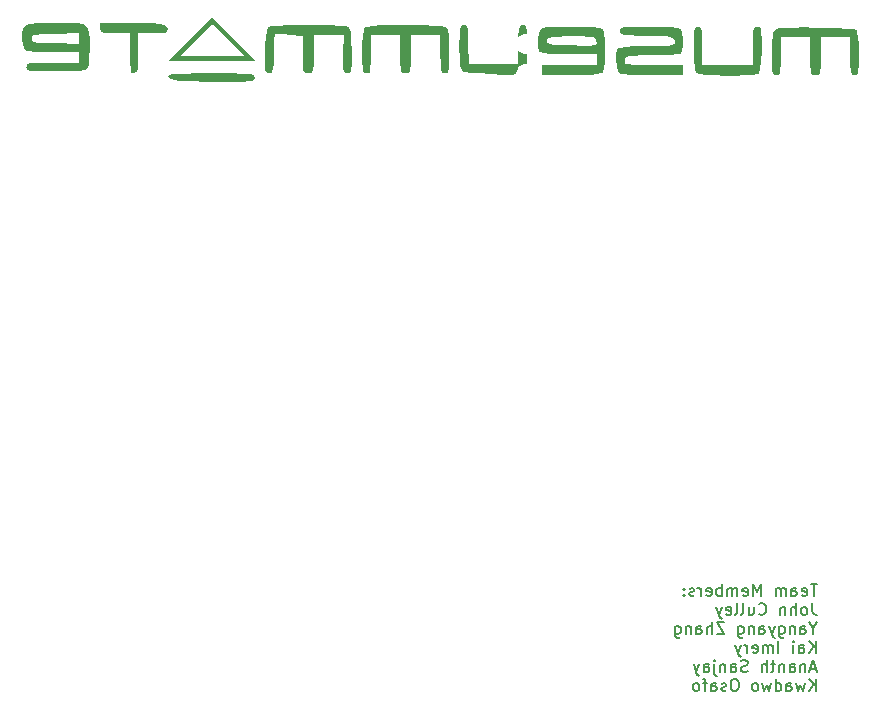
<source format=gbo>
%TF.GenerationSoftware,KiCad,Pcbnew,7.0.5*%
%TF.CreationDate,2024-03-29T22:29:18-04:00*%
%TF.ProjectId,UWB_PCB,5557425f-5043-4422-9e6b-696361645f70,rev?*%
%TF.SameCoordinates,Original*%
%TF.FileFunction,Legend,Bot*%
%TF.FilePolarity,Positive*%
%FSLAX46Y46*%
G04 Gerber Fmt 4.6, Leading zero omitted, Abs format (unit mm)*
G04 Created by KiCad (PCBNEW 7.0.5) date 2024-03-29 22:29:18*
%MOMM*%
%LPD*%
G01*
G04 APERTURE LIST*
%ADD10C,0.200000*%
%ADD11R,1.700000X1.700000*%
%ADD12O,1.700000X1.700000*%
G04 APERTURE END LIST*
D10*
X186273183Y-141767219D02*
X185701755Y-141767219D01*
X185987469Y-142767219D02*
X185987469Y-141767219D01*
X184987469Y-142719600D02*
X185082707Y-142767219D01*
X185082707Y-142767219D02*
X185273183Y-142767219D01*
X185273183Y-142767219D02*
X185368421Y-142719600D01*
X185368421Y-142719600D02*
X185416040Y-142624361D01*
X185416040Y-142624361D02*
X185416040Y-142243409D01*
X185416040Y-142243409D02*
X185368421Y-142148171D01*
X185368421Y-142148171D02*
X185273183Y-142100552D01*
X185273183Y-142100552D02*
X185082707Y-142100552D01*
X185082707Y-142100552D02*
X184987469Y-142148171D01*
X184987469Y-142148171D02*
X184939850Y-142243409D01*
X184939850Y-142243409D02*
X184939850Y-142338647D01*
X184939850Y-142338647D02*
X185416040Y-142433885D01*
X184082707Y-142767219D02*
X184082707Y-142243409D01*
X184082707Y-142243409D02*
X184130326Y-142148171D01*
X184130326Y-142148171D02*
X184225564Y-142100552D01*
X184225564Y-142100552D02*
X184416040Y-142100552D01*
X184416040Y-142100552D02*
X184511278Y-142148171D01*
X184082707Y-142719600D02*
X184177945Y-142767219D01*
X184177945Y-142767219D02*
X184416040Y-142767219D01*
X184416040Y-142767219D02*
X184511278Y-142719600D01*
X184511278Y-142719600D02*
X184558897Y-142624361D01*
X184558897Y-142624361D02*
X184558897Y-142529123D01*
X184558897Y-142529123D02*
X184511278Y-142433885D01*
X184511278Y-142433885D02*
X184416040Y-142386266D01*
X184416040Y-142386266D02*
X184177945Y-142386266D01*
X184177945Y-142386266D02*
X184082707Y-142338647D01*
X183606516Y-142767219D02*
X183606516Y-142100552D01*
X183606516Y-142195790D02*
X183558897Y-142148171D01*
X183558897Y-142148171D02*
X183463659Y-142100552D01*
X183463659Y-142100552D02*
X183320802Y-142100552D01*
X183320802Y-142100552D02*
X183225564Y-142148171D01*
X183225564Y-142148171D02*
X183177945Y-142243409D01*
X183177945Y-142243409D02*
X183177945Y-142767219D01*
X183177945Y-142243409D02*
X183130326Y-142148171D01*
X183130326Y-142148171D02*
X183035088Y-142100552D01*
X183035088Y-142100552D02*
X182892231Y-142100552D01*
X182892231Y-142100552D02*
X182796992Y-142148171D01*
X182796992Y-142148171D02*
X182749373Y-142243409D01*
X182749373Y-142243409D02*
X182749373Y-142767219D01*
X181511278Y-142767219D02*
X181511278Y-141767219D01*
X181511278Y-141767219D02*
X181177945Y-142481504D01*
X181177945Y-142481504D02*
X180844612Y-141767219D01*
X180844612Y-141767219D02*
X180844612Y-142767219D01*
X179987469Y-142719600D02*
X180082707Y-142767219D01*
X180082707Y-142767219D02*
X180273183Y-142767219D01*
X180273183Y-142767219D02*
X180368421Y-142719600D01*
X180368421Y-142719600D02*
X180416040Y-142624361D01*
X180416040Y-142624361D02*
X180416040Y-142243409D01*
X180416040Y-142243409D02*
X180368421Y-142148171D01*
X180368421Y-142148171D02*
X180273183Y-142100552D01*
X180273183Y-142100552D02*
X180082707Y-142100552D01*
X180082707Y-142100552D02*
X179987469Y-142148171D01*
X179987469Y-142148171D02*
X179939850Y-142243409D01*
X179939850Y-142243409D02*
X179939850Y-142338647D01*
X179939850Y-142338647D02*
X180416040Y-142433885D01*
X179511278Y-142767219D02*
X179511278Y-142100552D01*
X179511278Y-142195790D02*
X179463659Y-142148171D01*
X179463659Y-142148171D02*
X179368421Y-142100552D01*
X179368421Y-142100552D02*
X179225564Y-142100552D01*
X179225564Y-142100552D02*
X179130326Y-142148171D01*
X179130326Y-142148171D02*
X179082707Y-142243409D01*
X179082707Y-142243409D02*
X179082707Y-142767219D01*
X179082707Y-142243409D02*
X179035088Y-142148171D01*
X179035088Y-142148171D02*
X178939850Y-142100552D01*
X178939850Y-142100552D02*
X178796993Y-142100552D01*
X178796993Y-142100552D02*
X178701754Y-142148171D01*
X178701754Y-142148171D02*
X178654135Y-142243409D01*
X178654135Y-142243409D02*
X178654135Y-142767219D01*
X178177945Y-142767219D02*
X178177945Y-141767219D01*
X178177945Y-142148171D02*
X178082707Y-142100552D01*
X178082707Y-142100552D02*
X177892231Y-142100552D01*
X177892231Y-142100552D02*
X177796993Y-142148171D01*
X177796993Y-142148171D02*
X177749374Y-142195790D01*
X177749374Y-142195790D02*
X177701755Y-142291028D01*
X177701755Y-142291028D02*
X177701755Y-142576742D01*
X177701755Y-142576742D02*
X177749374Y-142671980D01*
X177749374Y-142671980D02*
X177796993Y-142719600D01*
X177796993Y-142719600D02*
X177892231Y-142767219D01*
X177892231Y-142767219D02*
X178082707Y-142767219D01*
X178082707Y-142767219D02*
X178177945Y-142719600D01*
X176892231Y-142719600D02*
X176987469Y-142767219D01*
X176987469Y-142767219D02*
X177177945Y-142767219D01*
X177177945Y-142767219D02*
X177273183Y-142719600D01*
X177273183Y-142719600D02*
X177320802Y-142624361D01*
X177320802Y-142624361D02*
X177320802Y-142243409D01*
X177320802Y-142243409D02*
X177273183Y-142148171D01*
X177273183Y-142148171D02*
X177177945Y-142100552D01*
X177177945Y-142100552D02*
X176987469Y-142100552D01*
X176987469Y-142100552D02*
X176892231Y-142148171D01*
X176892231Y-142148171D02*
X176844612Y-142243409D01*
X176844612Y-142243409D02*
X176844612Y-142338647D01*
X176844612Y-142338647D02*
X177320802Y-142433885D01*
X176416040Y-142767219D02*
X176416040Y-142100552D01*
X176416040Y-142291028D02*
X176368421Y-142195790D01*
X176368421Y-142195790D02*
X176320802Y-142148171D01*
X176320802Y-142148171D02*
X176225564Y-142100552D01*
X176225564Y-142100552D02*
X176130326Y-142100552D01*
X175844611Y-142719600D02*
X175749373Y-142767219D01*
X175749373Y-142767219D02*
X175558897Y-142767219D01*
X175558897Y-142767219D02*
X175463659Y-142719600D01*
X175463659Y-142719600D02*
X175416040Y-142624361D01*
X175416040Y-142624361D02*
X175416040Y-142576742D01*
X175416040Y-142576742D02*
X175463659Y-142481504D01*
X175463659Y-142481504D02*
X175558897Y-142433885D01*
X175558897Y-142433885D02*
X175701754Y-142433885D01*
X175701754Y-142433885D02*
X175796992Y-142386266D01*
X175796992Y-142386266D02*
X175844611Y-142291028D01*
X175844611Y-142291028D02*
X175844611Y-142243409D01*
X175844611Y-142243409D02*
X175796992Y-142148171D01*
X175796992Y-142148171D02*
X175701754Y-142100552D01*
X175701754Y-142100552D02*
X175558897Y-142100552D01*
X175558897Y-142100552D02*
X175463659Y-142148171D01*
X174987468Y-142671980D02*
X174939849Y-142719600D01*
X174939849Y-142719600D02*
X174987468Y-142767219D01*
X174987468Y-142767219D02*
X175035087Y-142719600D01*
X175035087Y-142719600D02*
X174987468Y-142671980D01*
X174987468Y-142671980D02*
X174987468Y-142767219D01*
X174987468Y-142148171D02*
X174939849Y-142195790D01*
X174939849Y-142195790D02*
X174987468Y-142243409D01*
X174987468Y-142243409D02*
X175035087Y-142195790D01*
X175035087Y-142195790D02*
X174987468Y-142148171D01*
X174987468Y-142148171D02*
X174987468Y-142243409D01*
X185844612Y-143377219D02*
X185844612Y-144091504D01*
X185844612Y-144091504D02*
X185892231Y-144234361D01*
X185892231Y-144234361D02*
X185987469Y-144329600D01*
X185987469Y-144329600D02*
X186130326Y-144377219D01*
X186130326Y-144377219D02*
X186225564Y-144377219D01*
X185225564Y-144377219D02*
X185320802Y-144329600D01*
X185320802Y-144329600D02*
X185368421Y-144281980D01*
X185368421Y-144281980D02*
X185416040Y-144186742D01*
X185416040Y-144186742D02*
X185416040Y-143901028D01*
X185416040Y-143901028D02*
X185368421Y-143805790D01*
X185368421Y-143805790D02*
X185320802Y-143758171D01*
X185320802Y-143758171D02*
X185225564Y-143710552D01*
X185225564Y-143710552D02*
X185082707Y-143710552D01*
X185082707Y-143710552D02*
X184987469Y-143758171D01*
X184987469Y-143758171D02*
X184939850Y-143805790D01*
X184939850Y-143805790D02*
X184892231Y-143901028D01*
X184892231Y-143901028D02*
X184892231Y-144186742D01*
X184892231Y-144186742D02*
X184939850Y-144281980D01*
X184939850Y-144281980D02*
X184987469Y-144329600D01*
X184987469Y-144329600D02*
X185082707Y-144377219D01*
X185082707Y-144377219D02*
X185225564Y-144377219D01*
X184463659Y-144377219D02*
X184463659Y-143377219D01*
X184035088Y-144377219D02*
X184035088Y-143853409D01*
X184035088Y-143853409D02*
X184082707Y-143758171D01*
X184082707Y-143758171D02*
X184177945Y-143710552D01*
X184177945Y-143710552D02*
X184320802Y-143710552D01*
X184320802Y-143710552D02*
X184416040Y-143758171D01*
X184416040Y-143758171D02*
X184463659Y-143805790D01*
X183558897Y-143710552D02*
X183558897Y-144377219D01*
X183558897Y-143805790D02*
X183511278Y-143758171D01*
X183511278Y-143758171D02*
X183416040Y-143710552D01*
X183416040Y-143710552D02*
X183273183Y-143710552D01*
X183273183Y-143710552D02*
X183177945Y-143758171D01*
X183177945Y-143758171D02*
X183130326Y-143853409D01*
X183130326Y-143853409D02*
X183130326Y-144377219D01*
X181320802Y-144281980D02*
X181368421Y-144329600D01*
X181368421Y-144329600D02*
X181511278Y-144377219D01*
X181511278Y-144377219D02*
X181606516Y-144377219D01*
X181606516Y-144377219D02*
X181749373Y-144329600D01*
X181749373Y-144329600D02*
X181844611Y-144234361D01*
X181844611Y-144234361D02*
X181892230Y-144139123D01*
X181892230Y-144139123D02*
X181939849Y-143948647D01*
X181939849Y-143948647D02*
X181939849Y-143805790D01*
X181939849Y-143805790D02*
X181892230Y-143615314D01*
X181892230Y-143615314D02*
X181844611Y-143520076D01*
X181844611Y-143520076D02*
X181749373Y-143424838D01*
X181749373Y-143424838D02*
X181606516Y-143377219D01*
X181606516Y-143377219D02*
X181511278Y-143377219D01*
X181511278Y-143377219D02*
X181368421Y-143424838D01*
X181368421Y-143424838D02*
X181320802Y-143472457D01*
X180463659Y-143710552D02*
X180463659Y-144377219D01*
X180892230Y-143710552D02*
X180892230Y-144234361D01*
X180892230Y-144234361D02*
X180844611Y-144329600D01*
X180844611Y-144329600D02*
X180749373Y-144377219D01*
X180749373Y-144377219D02*
X180606516Y-144377219D01*
X180606516Y-144377219D02*
X180511278Y-144329600D01*
X180511278Y-144329600D02*
X180463659Y-144281980D01*
X179844611Y-144377219D02*
X179939849Y-144329600D01*
X179939849Y-144329600D02*
X179987468Y-144234361D01*
X179987468Y-144234361D02*
X179987468Y-143377219D01*
X179320801Y-144377219D02*
X179416039Y-144329600D01*
X179416039Y-144329600D02*
X179463658Y-144234361D01*
X179463658Y-144234361D02*
X179463658Y-143377219D01*
X178558896Y-144329600D02*
X178654134Y-144377219D01*
X178654134Y-144377219D02*
X178844610Y-144377219D01*
X178844610Y-144377219D02*
X178939848Y-144329600D01*
X178939848Y-144329600D02*
X178987467Y-144234361D01*
X178987467Y-144234361D02*
X178987467Y-143853409D01*
X178987467Y-143853409D02*
X178939848Y-143758171D01*
X178939848Y-143758171D02*
X178844610Y-143710552D01*
X178844610Y-143710552D02*
X178654134Y-143710552D01*
X178654134Y-143710552D02*
X178558896Y-143758171D01*
X178558896Y-143758171D02*
X178511277Y-143853409D01*
X178511277Y-143853409D02*
X178511277Y-143948647D01*
X178511277Y-143948647D02*
X178987467Y-144043885D01*
X178177943Y-143710552D02*
X177939848Y-144377219D01*
X177701753Y-143710552D02*
X177939848Y-144377219D01*
X177939848Y-144377219D02*
X178035086Y-144615314D01*
X178035086Y-144615314D02*
X178082705Y-144662933D01*
X178082705Y-144662933D02*
X178177943Y-144710552D01*
X185939850Y-145511028D02*
X185939850Y-145987219D01*
X186273183Y-144987219D02*
X185939850Y-145511028D01*
X185939850Y-145511028D02*
X185606517Y-144987219D01*
X184844612Y-145987219D02*
X184844612Y-145463409D01*
X184844612Y-145463409D02*
X184892231Y-145368171D01*
X184892231Y-145368171D02*
X184987469Y-145320552D01*
X184987469Y-145320552D02*
X185177945Y-145320552D01*
X185177945Y-145320552D02*
X185273183Y-145368171D01*
X184844612Y-145939600D02*
X184939850Y-145987219D01*
X184939850Y-145987219D02*
X185177945Y-145987219D01*
X185177945Y-145987219D02*
X185273183Y-145939600D01*
X185273183Y-145939600D02*
X185320802Y-145844361D01*
X185320802Y-145844361D02*
X185320802Y-145749123D01*
X185320802Y-145749123D02*
X185273183Y-145653885D01*
X185273183Y-145653885D02*
X185177945Y-145606266D01*
X185177945Y-145606266D02*
X184939850Y-145606266D01*
X184939850Y-145606266D02*
X184844612Y-145558647D01*
X184368421Y-145320552D02*
X184368421Y-145987219D01*
X184368421Y-145415790D02*
X184320802Y-145368171D01*
X184320802Y-145368171D02*
X184225564Y-145320552D01*
X184225564Y-145320552D02*
X184082707Y-145320552D01*
X184082707Y-145320552D02*
X183987469Y-145368171D01*
X183987469Y-145368171D02*
X183939850Y-145463409D01*
X183939850Y-145463409D02*
X183939850Y-145987219D01*
X183035088Y-145320552D02*
X183035088Y-146130076D01*
X183035088Y-146130076D02*
X183082707Y-146225314D01*
X183082707Y-146225314D02*
X183130326Y-146272933D01*
X183130326Y-146272933D02*
X183225564Y-146320552D01*
X183225564Y-146320552D02*
X183368421Y-146320552D01*
X183368421Y-146320552D02*
X183463659Y-146272933D01*
X183035088Y-145939600D02*
X183130326Y-145987219D01*
X183130326Y-145987219D02*
X183320802Y-145987219D01*
X183320802Y-145987219D02*
X183416040Y-145939600D01*
X183416040Y-145939600D02*
X183463659Y-145891980D01*
X183463659Y-145891980D02*
X183511278Y-145796742D01*
X183511278Y-145796742D02*
X183511278Y-145511028D01*
X183511278Y-145511028D02*
X183463659Y-145415790D01*
X183463659Y-145415790D02*
X183416040Y-145368171D01*
X183416040Y-145368171D02*
X183320802Y-145320552D01*
X183320802Y-145320552D02*
X183130326Y-145320552D01*
X183130326Y-145320552D02*
X183035088Y-145368171D01*
X182654135Y-145320552D02*
X182416040Y-145987219D01*
X182177945Y-145320552D02*
X182416040Y-145987219D01*
X182416040Y-145987219D02*
X182511278Y-146225314D01*
X182511278Y-146225314D02*
X182558897Y-146272933D01*
X182558897Y-146272933D02*
X182654135Y-146320552D01*
X181368421Y-145987219D02*
X181368421Y-145463409D01*
X181368421Y-145463409D02*
X181416040Y-145368171D01*
X181416040Y-145368171D02*
X181511278Y-145320552D01*
X181511278Y-145320552D02*
X181701754Y-145320552D01*
X181701754Y-145320552D02*
X181796992Y-145368171D01*
X181368421Y-145939600D02*
X181463659Y-145987219D01*
X181463659Y-145987219D02*
X181701754Y-145987219D01*
X181701754Y-145987219D02*
X181796992Y-145939600D01*
X181796992Y-145939600D02*
X181844611Y-145844361D01*
X181844611Y-145844361D02*
X181844611Y-145749123D01*
X181844611Y-145749123D02*
X181796992Y-145653885D01*
X181796992Y-145653885D02*
X181701754Y-145606266D01*
X181701754Y-145606266D02*
X181463659Y-145606266D01*
X181463659Y-145606266D02*
X181368421Y-145558647D01*
X180892230Y-145320552D02*
X180892230Y-145987219D01*
X180892230Y-145415790D02*
X180844611Y-145368171D01*
X180844611Y-145368171D02*
X180749373Y-145320552D01*
X180749373Y-145320552D02*
X180606516Y-145320552D01*
X180606516Y-145320552D02*
X180511278Y-145368171D01*
X180511278Y-145368171D02*
X180463659Y-145463409D01*
X180463659Y-145463409D02*
X180463659Y-145987219D01*
X179558897Y-145320552D02*
X179558897Y-146130076D01*
X179558897Y-146130076D02*
X179606516Y-146225314D01*
X179606516Y-146225314D02*
X179654135Y-146272933D01*
X179654135Y-146272933D02*
X179749373Y-146320552D01*
X179749373Y-146320552D02*
X179892230Y-146320552D01*
X179892230Y-146320552D02*
X179987468Y-146272933D01*
X179558897Y-145939600D02*
X179654135Y-145987219D01*
X179654135Y-145987219D02*
X179844611Y-145987219D01*
X179844611Y-145987219D02*
X179939849Y-145939600D01*
X179939849Y-145939600D02*
X179987468Y-145891980D01*
X179987468Y-145891980D02*
X180035087Y-145796742D01*
X180035087Y-145796742D02*
X180035087Y-145511028D01*
X180035087Y-145511028D02*
X179987468Y-145415790D01*
X179987468Y-145415790D02*
X179939849Y-145368171D01*
X179939849Y-145368171D02*
X179844611Y-145320552D01*
X179844611Y-145320552D02*
X179654135Y-145320552D01*
X179654135Y-145320552D02*
X179558897Y-145368171D01*
X178416039Y-144987219D02*
X177749373Y-144987219D01*
X177749373Y-144987219D02*
X178416039Y-145987219D01*
X178416039Y-145987219D02*
X177749373Y-145987219D01*
X177368420Y-145987219D02*
X177368420Y-144987219D01*
X176939849Y-145987219D02*
X176939849Y-145463409D01*
X176939849Y-145463409D02*
X176987468Y-145368171D01*
X176987468Y-145368171D02*
X177082706Y-145320552D01*
X177082706Y-145320552D02*
X177225563Y-145320552D01*
X177225563Y-145320552D02*
X177320801Y-145368171D01*
X177320801Y-145368171D02*
X177368420Y-145415790D01*
X176035087Y-145987219D02*
X176035087Y-145463409D01*
X176035087Y-145463409D02*
X176082706Y-145368171D01*
X176082706Y-145368171D02*
X176177944Y-145320552D01*
X176177944Y-145320552D02*
X176368420Y-145320552D01*
X176368420Y-145320552D02*
X176463658Y-145368171D01*
X176035087Y-145939600D02*
X176130325Y-145987219D01*
X176130325Y-145987219D02*
X176368420Y-145987219D01*
X176368420Y-145987219D02*
X176463658Y-145939600D01*
X176463658Y-145939600D02*
X176511277Y-145844361D01*
X176511277Y-145844361D02*
X176511277Y-145749123D01*
X176511277Y-145749123D02*
X176463658Y-145653885D01*
X176463658Y-145653885D02*
X176368420Y-145606266D01*
X176368420Y-145606266D02*
X176130325Y-145606266D01*
X176130325Y-145606266D02*
X176035087Y-145558647D01*
X175558896Y-145320552D02*
X175558896Y-145987219D01*
X175558896Y-145415790D02*
X175511277Y-145368171D01*
X175511277Y-145368171D02*
X175416039Y-145320552D01*
X175416039Y-145320552D02*
X175273182Y-145320552D01*
X175273182Y-145320552D02*
X175177944Y-145368171D01*
X175177944Y-145368171D02*
X175130325Y-145463409D01*
X175130325Y-145463409D02*
X175130325Y-145987219D01*
X174225563Y-145320552D02*
X174225563Y-146130076D01*
X174225563Y-146130076D02*
X174273182Y-146225314D01*
X174273182Y-146225314D02*
X174320801Y-146272933D01*
X174320801Y-146272933D02*
X174416039Y-146320552D01*
X174416039Y-146320552D02*
X174558896Y-146320552D01*
X174558896Y-146320552D02*
X174654134Y-146272933D01*
X174225563Y-145939600D02*
X174320801Y-145987219D01*
X174320801Y-145987219D02*
X174511277Y-145987219D01*
X174511277Y-145987219D02*
X174606515Y-145939600D01*
X174606515Y-145939600D02*
X174654134Y-145891980D01*
X174654134Y-145891980D02*
X174701753Y-145796742D01*
X174701753Y-145796742D02*
X174701753Y-145511028D01*
X174701753Y-145511028D02*
X174654134Y-145415790D01*
X174654134Y-145415790D02*
X174606515Y-145368171D01*
X174606515Y-145368171D02*
X174511277Y-145320552D01*
X174511277Y-145320552D02*
X174320801Y-145320552D01*
X174320801Y-145320552D02*
X174225563Y-145368171D01*
X186130326Y-147597219D02*
X186130326Y-146597219D01*
X185558898Y-147597219D02*
X185987469Y-147025790D01*
X185558898Y-146597219D02*
X186130326Y-147168647D01*
X184701755Y-147597219D02*
X184701755Y-147073409D01*
X184701755Y-147073409D02*
X184749374Y-146978171D01*
X184749374Y-146978171D02*
X184844612Y-146930552D01*
X184844612Y-146930552D02*
X185035088Y-146930552D01*
X185035088Y-146930552D02*
X185130326Y-146978171D01*
X184701755Y-147549600D02*
X184796993Y-147597219D01*
X184796993Y-147597219D02*
X185035088Y-147597219D01*
X185035088Y-147597219D02*
X185130326Y-147549600D01*
X185130326Y-147549600D02*
X185177945Y-147454361D01*
X185177945Y-147454361D02*
X185177945Y-147359123D01*
X185177945Y-147359123D02*
X185130326Y-147263885D01*
X185130326Y-147263885D02*
X185035088Y-147216266D01*
X185035088Y-147216266D02*
X184796993Y-147216266D01*
X184796993Y-147216266D02*
X184701755Y-147168647D01*
X184225564Y-147597219D02*
X184225564Y-146930552D01*
X184225564Y-146597219D02*
X184273183Y-146644838D01*
X184273183Y-146644838D02*
X184225564Y-146692457D01*
X184225564Y-146692457D02*
X184177945Y-146644838D01*
X184177945Y-146644838D02*
X184225564Y-146597219D01*
X184225564Y-146597219D02*
X184225564Y-146692457D01*
X182987469Y-147597219D02*
X182987469Y-146597219D01*
X182511279Y-147597219D02*
X182511279Y-146930552D01*
X182511279Y-147025790D02*
X182463660Y-146978171D01*
X182463660Y-146978171D02*
X182368422Y-146930552D01*
X182368422Y-146930552D02*
X182225565Y-146930552D01*
X182225565Y-146930552D02*
X182130327Y-146978171D01*
X182130327Y-146978171D02*
X182082708Y-147073409D01*
X182082708Y-147073409D02*
X182082708Y-147597219D01*
X182082708Y-147073409D02*
X182035089Y-146978171D01*
X182035089Y-146978171D02*
X181939851Y-146930552D01*
X181939851Y-146930552D02*
X181796994Y-146930552D01*
X181796994Y-146930552D02*
X181701755Y-146978171D01*
X181701755Y-146978171D02*
X181654136Y-147073409D01*
X181654136Y-147073409D02*
X181654136Y-147597219D01*
X180796994Y-147549600D02*
X180892232Y-147597219D01*
X180892232Y-147597219D02*
X181082708Y-147597219D01*
X181082708Y-147597219D02*
X181177946Y-147549600D01*
X181177946Y-147549600D02*
X181225565Y-147454361D01*
X181225565Y-147454361D02*
X181225565Y-147073409D01*
X181225565Y-147073409D02*
X181177946Y-146978171D01*
X181177946Y-146978171D02*
X181082708Y-146930552D01*
X181082708Y-146930552D02*
X180892232Y-146930552D01*
X180892232Y-146930552D02*
X180796994Y-146978171D01*
X180796994Y-146978171D02*
X180749375Y-147073409D01*
X180749375Y-147073409D02*
X180749375Y-147168647D01*
X180749375Y-147168647D02*
X181225565Y-147263885D01*
X180320803Y-147597219D02*
X180320803Y-146930552D01*
X180320803Y-147121028D02*
X180273184Y-147025790D01*
X180273184Y-147025790D02*
X180225565Y-146978171D01*
X180225565Y-146978171D02*
X180130327Y-146930552D01*
X180130327Y-146930552D02*
X180035089Y-146930552D01*
X179796993Y-146930552D02*
X179558898Y-147597219D01*
X179320803Y-146930552D02*
X179558898Y-147597219D01*
X179558898Y-147597219D02*
X179654136Y-147835314D01*
X179654136Y-147835314D02*
X179701755Y-147882933D01*
X179701755Y-147882933D02*
X179796993Y-147930552D01*
X186177945Y-148921504D02*
X185701755Y-148921504D01*
X186273183Y-149207219D02*
X185939850Y-148207219D01*
X185939850Y-148207219D02*
X185606517Y-149207219D01*
X185273183Y-148540552D02*
X185273183Y-149207219D01*
X185273183Y-148635790D02*
X185225564Y-148588171D01*
X185225564Y-148588171D02*
X185130326Y-148540552D01*
X185130326Y-148540552D02*
X184987469Y-148540552D01*
X184987469Y-148540552D02*
X184892231Y-148588171D01*
X184892231Y-148588171D02*
X184844612Y-148683409D01*
X184844612Y-148683409D02*
X184844612Y-149207219D01*
X183939850Y-149207219D02*
X183939850Y-148683409D01*
X183939850Y-148683409D02*
X183987469Y-148588171D01*
X183987469Y-148588171D02*
X184082707Y-148540552D01*
X184082707Y-148540552D02*
X184273183Y-148540552D01*
X184273183Y-148540552D02*
X184368421Y-148588171D01*
X183939850Y-149159600D02*
X184035088Y-149207219D01*
X184035088Y-149207219D02*
X184273183Y-149207219D01*
X184273183Y-149207219D02*
X184368421Y-149159600D01*
X184368421Y-149159600D02*
X184416040Y-149064361D01*
X184416040Y-149064361D02*
X184416040Y-148969123D01*
X184416040Y-148969123D02*
X184368421Y-148873885D01*
X184368421Y-148873885D02*
X184273183Y-148826266D01*
X184273183Y-148826266D02*
X184035088Y-148826266D01*
X184035088Y-148826266D02*
X183939850Y-148778647D01*
X183463659Y-148540552D02*
X183463659Y-149207219D01*
X183463659Y-148635790D02*
X183416040Y-148588171D01*
X183416040Y-148588171D02*
X183320802Y-148540552D01*
X183320802Y-148540552D02*
X183177945Y-148540552D01*
X183177945Y-148540552D02*
X183082707Y-148588171D01*
X183082707Y-148588171D02*
X183035088Y-148683409D01*
X183035088Y-148683409D02*
X183035088Y-149207219D01*
X182701754Y-148540552D02*
X182320802Y-148540552D01*
X182558897Y-148207219D02*
X182558897Y-149064361D01*
X182558897Y-149064361D02*
X182511278Y-149159600D01*
X182511278Y-149159600D02*
X182416040Y-149207219D01*
X182416040Y-149207219D02*
X182320802Y-149207219D01*
X181987468Y-149207219D02*
X181987468Y-148207219D01*
X181558897Y-149207219D02*
X181558897Y-148683409D01*
X181558897Y-148683409D02*
X181606516Y-148588171D01*
X181606516Y-148588171D02*
X181701754Y-148540552D01*
X181701754Y-148540552D02*
X181844611Y-148540552D01*
X181844611Y-148540552D02*
X181939849Y-148588171D01*
X181939849Y-148588171D02*
X181987468Y-148635790D01*
X180368420Y-149159600D02*
X180225563Y-149207219D01*
X180225563Y-149207219D02*
X179987468Y-149207219D01*
X179987468Y-149207219D02*
X179892230Y-149159600D01*
X179892230Y-149159600D02*
X179844611Y-149111980D01*
X179844611Y-149111980D02*
X179796992Y-149016742D01*
X179796992Y-149016742D02*
X179796992Y-148921504D01*
X179796992Y-148921504D02*
X179844611Y-148826266D01*
X179844611Y-148826266D02*
X179892230Y-148778647D01*
X179892230Y-148778647D02*
X179987468Y-148731028D01*
X179987468Y-148731028D02*
X180177944Y-148683409D01*
X180177944Y-148683409D02*
X180273182Y-148635790D01*
X180273182Y-148635790D02*
X180320801Y-148588171D01*
X180320801Y-148588171D02*
X180368420Y-148492933D01*
X180368420Y-148492933D02*
X180368420Y-148397695D01*
X180368420Y-148397695D02*
X180320801Y-148302457D01*
X180320801Y-148302457D02*
X180273182Y-148254838D01*
X180273182Y-148254838D02*
X180177944Y-148207219D01*
X180177944Y-148207219D02*
X179939849Y-148207219D01*
X179939849Y-148207219D02*
X179796992Y-148254838D01*
X178939849Y-149207219D02*
X178939849Y-148683409D01*
X178939849Y-148683409D02*
X178987468Y-148588171D01*
X178987468Y-148588171D02*
X179082706Y-148540552D01*
X179082706Y-148540552D02*
X179273182Y-148540552D01*
X179273182Y-148540552D02*
X179368420Y-148588171D01*
X178939849Y-149159600D02*
X179035087Y-149207219D01*
X179035087Y-149207219D02*
X179273182Y-149207219D01*
X179273182Y-149207219D02*
X179368420Y-149159600D01*
X179368420Y-149159600D02*
X179416039Y-149064361D01*
X179416039Y-149064361D02*
X179416039Y-148969123D01*
X179416039Y-148969123D02*
X179368420Y-148873885D01*
X179368420Y-148873885D02*
X179273182Y-148826266D01*
X179273182Y-148826266D02*
X179035087Y-148826266D01*
X179035087Y-148826266D02*
X178939849Y-148778647D01*
X178463658Y-148540552D02*
X178463658Y-149207219D01*
X178463658Y-148635790D02*
X178416039Y-148588171D01*
X178416039Y-148588171D02*
X178320801Y-148540552D01*
X178320801Y-148540552D02*
X178177944Y-148540552D01*
X178177944Y-148540552D02*
X178082706Y-148588171D01*
X178082706Y-148588171D02*
X178035087Y-148683409D01*
X178035087Y-148683409D02*
X178035087Y-149207219D01*
X177558896Y-148540552D02*
X177558896Y-149397695D01*
X177558896Y-149397695D02*
X177606515Y-149492933D01*
X177606515Y-149492933D02*
X177701753Y-149540552D01*
X177701753Y-149540552D02*
X177749372Y-149540552D01*
X177558896Y-148207219D02*
X177606515Y-148254838D01*
X177606515Y-148254838D02*
X177558896Y-148302457D01*
X177558896Y-148302457D02*
X177511277Y-148254838D01*
X177511277Y-148254838D02*
X177558896Y-148207219D01*
X177558896Y-148207219D02*
X177558896Y-148302457D01*
X176654135Y-149207219D02*
X176654135Y-148683409D01*
X176654135Y-148683409D02*
X176701754Y-148588171D01*
X176701754Y-148588171D02*
X176796992Y-148540552D01*
X176796992Y-148540552D02*
X176987468Y-148540552D01*
X176987468Y-148540552D02*
X177082706Y-148588171D01*
X176654135Y-149159600D02*
X176749373Y-149207219D01*
X176749373Y-149207219D02*
X176987468Y-149207219D01*
X176987468Y-149207219D02*
X177082706Y-149159600D01*
X177082706Y-149159600D02*
X177130325Y-149064361D01*
X177130325Y-149064361D02*
X177130325Y-148969123D01*
X177130325Y-148969123D02*
X177082706Y-148873885D01*
X177082706Y-148873885D02*
X176987468Y-148826266D01*
X176987468Y-148826266D02*
X176749373Y-148826266D01*
X176749373Y-148826266D02*
X176654135Y-148778647D01*
X176273182Y-148540552D02*
X176035087Y-149207219D01*
X175796992Y-148540552D02*
X176035087Y-149207219D01*
X176035087Y-149207219D02*
X176130325Y-149445314D01*
X176130325Y-149445314D02*
X176177944Y-149492933D01*
X176177944Y-149492933D02*
X176273182Y-149540552D01*
X186130326Y-150817219D02*
X186130326Y-149817219D01*
X185558898Y-150817219D02*
X185987469Y-150245790D01*
X185558898Y-149817219D02*
X186130326Y-150388647D01*
X185225564Y-150150552D02*
X185035088Y-150817219D01*
X185035088Y-150817219D02*
X184844612Y-150341028D01*
X184844612Y-150341028D02*
X184654136Y-150817219D01*
X184654136Y-150817219D02*
X184463660Y-150150552D01*
X183654136Y-150817219D02*
X183654136Y-150293409D01*
X183654136Y-150293409D02*
X183701755Y-150198171D01*
X183701755Y-150198171D02*
X183796993Y-150150552D01*
X183796993Y-150150552D02*
X183987469Y-150150552D01*
X183987469Y-150150552D02*
X184082707Y-150198171D01*
X183654136Y-150769600D02*
X183749374Y-150817219D01*
X183749374Y-150817219D02*
X183987469Y-150817219D01*
X183987469Y-150817219D02*
X184082707Y-150769600D01*
X184082707Y-150769600D02*
X184130326Y-150674361D01*
X184130326Y-150674361D02*
X184130326Y-150579123D01*
X184130326Y-150579123D02*
X184082707Y-150483885D01*
X184082707Y-150483885D02*
X183987469Y-150436266D01*
X183987469Y-150436266D02*
X183749374Y-150436266D01*
X183749374Y-150436266D02*
X183654136Y-150388647D01*
X182749374Y-150817219D02*
X182749374Y-149817219D01*
X182749374Y-150769600D02*
X182844612Y-150817219D01*
X182844612Y-150817219D02*
X183035088Y-150817219D01*
X183035088Y-150817219D02*
X183130326Y-150769600D01*
X183130326Y-150769600D02*
X183177945Y-150721980D01*
X183177945Y-150721980D02*
X183225564Y-150626742D01*
X183225564Y-150626742D02*
X183225564Y-150341028D01*
X183225564Y-150341028D02*
X183177945Y-150245790D01*
X183177945Y-150245790D02*
X183130326Y-150198171D01*
X183130326Y-150198171D02*
X183035088Y-150150552D01*
X183035088Y-150150552D02*
X182844612Y-150150552D01*
X182844612Y-150150552D02*
X182749374Y-150198171D01*
X182368421Y-150150552D02*
X182177945Y-150817219D01*
X182177945Y-150817219D02*
X181987469Y-150341028D01*
X181987469Y-150341028D02*
X181796993Y-150817219D01*
X181796993Y-150817219D02*
X181606517Y-150150552D01*
X181082707Y-150817219D02*
X181177945Y-150769600D01*
X181177945Y-150769600D02*
X181225564Y-150721980D01*
X181225564Y-150721980D02*
X181273183Y-150626742D01*
X181273183Y-150626742D02*
X181273183Y-150341028D01*
X181273183Y-150341028D02*
X181225564Y-150245790D01*
X181225564Y-150245790D02*
X181177945Y-150198171D01*
X181177945Y-150198171D02*
X181082707Y-150150552D01*
X181082707Y-150150552D02*
X180939850Y-150150552D01*
X180939850Y-150150552D02*
X180844612Y-150198171D01*
X180844612Y-150198171D02*
X180796993Y-150245790D01*
X180796993Y-150245790D02*
X180749374Y-150341028D01*
X180749374Y-150341028D02*
X180749374Y-150626742D01*
X180749374Y-150626742D02*
X180796993Y-150721980D01*
X180796993Y-150721980D02*
X180844612Y-150769600D01*
X180844612Y-150769600D02*
X180939850Y-150817219D01*
X180939850Y-150817219D02*
X181082707Y-150817219D01*
X179368421Y-149817219D02*
X179177945Y-149817219D01*
X179177945Y-149817219D02*
X179082707Y-149864838D01*
X179082707Y-149864838D02*
X178987469Y-149960076D01*
X178987469Y-149960076D02*
X178939850Y-150150552D01*
X178939850Y-150150552D02*
X178939850Y-150483885D01*
X178939850Y-150483885D02*
X178987469Y-150674361D01*
X178987469Y-150674361D02*
X179082707Y-150769600D01*
X179082707Y-150769600D02*
X179177945Y-150817219D01*
X179177945Y-150817219D02*
X179368421Y-150817219D01*
X179368421Y-150817219D02*
X179463659Y-150769600D01*
X179463659Y-150769600D02*
X179558897Y-150674361D01*
X179558897Y-150674361D02*
X179606516Y-150483885D01*
X179606516Y-150483885D02*
X179606516Y-150150552D01*
X179606516Y-150150552D02*
X179558897Y-149960076D01*
X179558897Y-149960076D02*
X179463659Y-149864838D01*
X179463659Y-149864838D02*
X179368421Y-149817219D01*
X178558897Y-150769600D02*
X178463659Y-150817219D01*
X178463659Y-150817219D02*
X178273183Y-150817219D01*
X178273183Y-150817219D02*
X178177945Y-150769600D01*
X178177945Y-150769600D02*
X178130326Y-150674361D01*
X178130326Y-150674361D02*
X178130326Y-150626742D01*
X178130326Y-150626742D02*
X178177945Y-150531504D01*
X178177945Y-150531504D02*
X178273183Y-150483885D01*
X178273183Y-150483885D02*
X178416040Y-150483885D01*
X178416040Y-150483885D02*
X178511278Y-150436266D01*
X178511278Y-150436266D02*
X178558897Y-150341028D01*
X178558897Y-150341028D02*
X178558897Y-150293409D01*
X178558897Y-150293409D02*
X178511278Y-150198171D01*
X178511278Y-150198171D02*
X178416040Y-150150552D01*
X178416040Y-150150552D02*
X178273183Y-150150552D01*
X178273183Y-150150552D02*
X178177945Y-150198171D01*
X177273183Y-150817219D02*
X177273183Y-150293409D01*
X177273183Y-150293409D02*
X177320802Y-150198171D01*
X177320802Y-150198171D02*
X177416040Y-150150552D01*
X177416040Y-150150552D02*
X177606516Y-150150552D01*
X177606516Y-150150552D02*
X177701754Y-150198171D01*
X177273183Y-150769600D02*
X177368421Y-150817219D01*
X177368421Y-150817219D02*
X177606516Y-150817219D01*
X177606516Y-150817219D02*
X177701754Y-150769600D01*
X177701754Y-150769600D02*
X177749373Y-150674361D01*
X177749373Y-150674361D02*
X177749373Y-150579123D01*
X177749373Y-150579123D02*
X177701754Y-150483885D01*
X177701754Y-150483885D02*
X177606516Y-150436266D01*
X177606516Y-150436266D02*
X177368421Y-150436266D01*
X177368421Y-150436266D02*
X177273183Y-150388647D01*
X176939849Y-150150552D02*
X176558897Y-150150552D01*
X176796992Y-150817219D02*
X176796992Y-149960076D01*
X176796992Y-149960076D02*
X176749373Y-149864838D01*
X176749373Y-149864838D02*
X176654135Y-149817219D01*
X176654135Y-149817219D02*
X176558897Y-149817219D01*
X176082706Y-150817219D02*
X176177944Y-150769600D01*
X176177944Y-150769600D02*
X176225563Y-150721980D01*
X176225563Y-150721980D02*
X176273182Y-150626742D01*
X176273182Y-150626742D02*
X176273182Y-150341028D01*
X176273182Y-150341028D02*
X176225563Y-150245790D01*
X176225563Y-150245790D02*
X176177944Y-150198171D01*
X176177944Y-150198171D02*
X176082706Y-150150552D01*
X176082706Y-150150552D02*
X175939849Y-150150552D01*
X175939849Y-150150552D02*
X175844611Y-150198171D01*
X175844611Y-150198171D02*
X175796992Y-150245790D01*
X175796992Y-150245790D02*
X175749373Y-150341028D01*
X175749373Y-150341028D02*
X175749373Y-150626742D01*
X175749373Y-150626742D02*
X175796992Y-150721980D01*
X175796992Y-150721980D02*
X175844611Y-150769600D01*
X175844611Y-150769600D02*
X175939849Y-150817219D01*
X175939849Y-150817219D02*
X176082706Y-150817219D01*
%TO.C,G\u002A\u002A\u002A*%
G36*
X138717537Y-97457747D02*
G01*
X135052817Y-97457747D01*
X131388097Y-97457747D01*
X131745844Y-97100000D01*
X132283166Y-97100000D01*
X135038173Y-97100000D01*
X137793179Y-97100000D01*
X136424597Y-95713733D01*
X135056015Y-94327465D01*
X133669591Y-95713733D01*
X132283166Y-97100000D01*
X131745844Y-97100000D01*
X133220457Y-95625387D01*
X135052817Y-93793027D01*
X136885177Y-95625387D01*
X138359790Y-97100000D01*
X138717537Y-97457747D01*
G37*
G36*
X135722232Y-98531339D02*
G01*
X136766976Y-98535444D01*
X137526056Y-98547794D01*
X138045009Y-98572834D01*
X138369371Y-98615005D01*
X138544679Y-98678750D01*
X138616470Y-98768512D01*
X138630281Y-98888733D01*
X138627583Y-98957336D01*
X138584530Y-99074466D01*
X138447309Y-99154738D01*
X138163206Y-99205037D01*
X137679507Y-99232246D01*
X136943498Y-99243247D01*
X135902464Y-99244924D01*
X134633352Y-99236300D01*
X133374138Y-99202868D01*
X132432571Y-99142180D01*
X131786924Y-99052016D01*
X131415469Y-98930156D01*
X131296479Y-98774381D01*
X131298368Y-98757139D01*
X131383913Y-98676907D01*
X131625918Y-98617252D01*
X132064623Y-98575504D01*
X132740274Y-98548991D01*
X133693112Y-98535042D01*
X134963380Y-98530986D01*
X135722232Y-98531339D01*
G37*
G36*
X127932924Y-94238043D02*
G01*
X129136445Y-94248410D01*
X130026549Y-94282705D01*
X130645420Y-94347819D01*
X131035242Y-94450645D01*
X131238200Y-94598077D01*
X131296479Y-94797007D01*
X131296476Y-94799221D01*
X131255530Y-94975300D01*
X131083498Y-95076049D01*
X130704928Y-95121677D01*
X130044366Y-95132395D01*
X128792253Y-95132395D01*
X128792253Y-96712442D01*
X128789860Y-97029625D01*
X128767403Y-97699917D01*
X128726372Y-98190243D01*
X128673004Y-98411737D01*
X128619474Y-98451531D01*
X128315258Y-98530986D01*
X128210224Y-98463531D01*
X128131338Y-98192199D01*
X128089220Y-97665137D01*
X128076760Y-96831690D01*
X128076760Y-95132395D01*
X126824648Y-95132395D01*
X126490770Y-95131580D01*
X125972110Y-95114184D01*
X125698154Y-95052551D01*
X125590947Y-94918840D01*
X125572535Y-94685212D01*
X125572535Y-94238028D01*
X127875528Y-94238028D01*
X127932924Y-94238043D01*
G37*
G36*
X181237063Y-94596308D02*
G01*
X181386325Y-94632289D01*
X181480839Y-94770628D01*
X181533003Y-95075162D01*
X181555211Y-95609730D01*
X181559859Y-96438169D01*
X181559413Y-96594640D01*
X181530589Y-97547234D01*
X181458426Y-98188072D01*
X181345211Y-98495212D01*
X181221690Y-98553280D01*
X180778795Y-98630816D01*
X180111732Y-98684125D01*
X179303514Y-98713206D01*
X178437153Y-98718061D01*
X177595665Y-98698689D01*
X176862061Y-98655090D01*
X176319356Y-98587264D01*
X176050563Y-98495212D01*
X176032385Y-98473203D01*
X175924762Y-98118180D01*
X175858508Y-97432522D01*
X175835915Y-96438169D01*
X175836019Y-96258174D01*
X175843005Y-95489476D01*
X175869867Y-95002725D01*
X175929000Y-94734083D01*
X176032800Y-94619712D01*
X176193662Y-94595775D01*
X176334717Y-94611365D01*
X176452216Y-94711727D01*
X176517410Y-94965499D01*
X176545430Y-95440771D01*
X176551408Y-96205634D01*
X176551408Y-97815493D01*
X178697887Y-97815493D01*
X180844366Y-97815493D01*
X180844366Y-96205634D01*
X180847830Y-95570886D01*
X180870133Y-95042140D01*
X180926527Y-94748766D01*
X181032143Y-94622674D01*
X181202112Y-94595775D01*
X181237063Y-94596308D01*
G37*
G36*
X161388502Y-94417500D02*
G01*
X161534134Y-94455348D01*
X161626698Y-94597719D01*
X161678089Y-94907910D01*
X161700202Y-95449214D01*
X161704929Y-96284928D01*
X161704867Y-96413609D01*
X161697299Y-97216989D01*
X161667424Y-97746430D01*
X161601491Y-98076027D01*
X161485748Y-98279874D01*
X161306446Y-98432063D01*
X161101438Y-98541320D01*
X160792077Y-98615621D01*
X160328287Y-98646833D01*
X159642730Y-98639160D01*
X158668065Y-98596808D01*
X158607363Y-98593648D01*
X157739543Y-98535105D01*
X156998533Y-98461585D01*
X156461241Y-98382170D01*
X156204577Y-98305940D01*
X156168999Y-98266307D01*
X156063129Y-97925244D01*
X156001167Y-97267309D01*
X155980986Y-96273169D01*
X155981077Y-96107214D01*
X155988012Y-95329403D01*
X156014568Y-94834953D01*
X156072751Y-94560378D01*
X156174566Y-94442189D01*
X156332020Y-94416902D01*
X156466683Y-94433770D01*
X156586143Y-94540364D01*
X156659766Y-94804319D01*
X156703798Y-95292427D01*
X156734485Y-96071479D01*
X156785915Y-97726057D01*
X158842957Y-97726057D01*
X160900000Y-97726057D01*
X160951430Y-96071479D01*
X160974662Y-95439224D01*
X161014294Y-94891772D01*
X161079879Y-94583428D01*
X161187664Y-94447401D01*
X161353895Y-94416902D01*
X161388502Y-94417500D01*
G37*
G36*
X152166818Y-94430077D02*
G01*
X153080877Y-94450014D01*
X153864253Y-94486094D01*
X154444814Y-94538474D01*
X154750428Y-94607311D01*
X154884130Y-94706134D01*
X154989717Y-94900027D01*
X155051106Y-95244049D01*
X155079630Y-95807358D01*
X155086619Y-96659111D01*
X155086457Y-96884718D01*
X155079024Y-97646312D01*
X155051657Y-98128384D01*
X154992248Y-98394286D01*
X154888689Y-98507370D01*
X154728873Y-98530986D01*
X154587818Y-98515396D01*
X154470319Y-98415034D01*
X154405125Y-98161262D01*
X154377104Y-97685990D01*
X154371126Y-96921127D01*
X154371126Y-95311268D01*
X153119014Y-95311268D01*
X151866901Y-95311268D01*
X151866901Y-96921127D01*
X151866879Y-97063149D01*
X151861458Y-97775150D01*
X151833153Y-98209092D01*
X151762844Y-98433817D01*
X151631406Y-98518168D01*
X151419718Y-98530986D01*
X151380268Y-98530908D01*
X151182489Y-98511389D01*
X151061950Y-98409494D01*
X150999526Y-98156380D01*
X150976096Y-97683205D01*
X150972535Y-96921127D01*
X150972535Y-95311268D01*
X149720422Y-95311268D01*
X148468310Y-95311268D01*
X148468310Y-96921127D01*
X148464845Y-97555876D01*
X148442543Y-98084621D01*
X148386149Y-98377995D01*
X148280533Y-98504087D01*
X148110563Y-98530986D01*
X148071727Y-98530312D01*
X147924229Y-98492968D01*
X147830848Y-98352345D01*
X147779325Y-98044834D01*
X147757401Y-97506828D01*
X147752817Y-96674719D01*
X147757167Y-96147836D01*
X147793087Y-95354162D01*
X147869015Y-94858471D01*
X147989407Y-94622099D01*
X148160866Y-94566997D01*
X148646372Y-94508591D01*
X149361852Y-94465538D01*
X150235174Y-94437996D01*
X151194206Y-94426123D01*
X152166818Y-94430077D01*
G37*
G36*
X186115706Y-94652294D02*
G01*
X187091801Y-94672054D01*
X188002555Y-94704383D01*
X188774891Y-94748187D01*
X189335731Y-94802371D01*
X189611996Y-94865841D01*
X189665863Y-94988072D01*
X189729045Y-95410434D01*
X189772110Y-96054806D01*
X189788028Y-96842247D01*
X189787874Y-97061286D01*
X189780506Y-97823895D01*
X189753211Y-98306636D01*
X189693841Y-98572930D01*
X189590247Y-98686197D01*
X189430281Y-98709859D01*
X189289226Y-98694269D01*
X189171727Y-98593908D01*
X189106533Y-98340135D01*
X189078513Y-97864863D01*
X189072535Y-97100000D01*
X189072535Y-95490141D01*
X187820422Y-95490141D01*
X186568310Y-95490141D01*
X186568310Y-97100000D01*
X186568288Y-97242022D01*
X186562866Y-97954023D01*
X186534562Y-98387965D01*
X186464252Y-98612690D01*
X186332815Y-98697041D01*
X186121126Y-98709859D01*
X186081676Y-98709781D01*
X185883898Y-98690263D01*
X185763359Y-98588367D01*
X185700935Y-98335254D01*
X185677504Y-97862079D01*
X185673943Y-97100000D01*
X185673943Y-95490141D01*
X184421831Y-95490141D01*
X183169718Y-95490141D01*
X183169718Y-97100000D01*
X183166254Y-97734749D01*
X183143951Y-98263494D01*
X183087557Y-98556868D01*
X182981941Y-98682960D01*
X182811972Y-98709859D01*
X182768854Y-98709007D01*
X182623301Y-98670117D01*
X182531169Y-98526921D01*
X182480351Y-98216068D01*
X182458739Y-97674206D01*
X182454225Y-96837984D01*
X182454266Y-96733767D01*
X182461400Y-95922949D01*
X182489784Y-95391478D01*
X182552308Y-95068468D01*
X182661866Y-94883031D01*
X182831347Y-94764279D01*
X183019493Y-94720843D01*
X183526166Y-94679379D01*
X184259811Y-94654862D01*
X185147350Y-94646199D01*
X186115706Y-94652294D01*
G37*
G36*
X124670330Y-95560588D02*
G01*
X124678169Y-96361509D01*
X124652534Y-97222868D01*
X124578987Y-97833335D01*
X124463521Y-98137465D01*
X124295794Y-98214309D01*
X123791350Y-98291587D01*
X122957395Y-98337162D01*
X121780422Y-98352113D01*
X121649531Y-98352092D01*
X120704581Y-98348530D01*
X120055596Y-98333244D01*
X119647210Y-98298208D01*
X119424055Y-98235400D01*
X119330765Y-98136794D01*
X119311972Y-97994366D01*
X119323343Y-97873051D01*
X119401482Y-97763140D01*
X119604891Y-97693840D01*
X119991685Y-97655852D01*
X120619978Y-97639878D01*
X121547887Y-97636620D01*
X123783803Y-97636620D01*
X123783803Y-97189437D01*
X123783803Y-96742254D01*
X121583662Y-96742254D01*
X121120558Y-96739657D01*
X120119454Y-96706882D01*
X119469916Y-96636289D01*
X119168873Y-96527606D01*
X119104709Y-96424313D01*
X118996853Y-96011552D01*
X118963427Y-95579578D01*
X119759155Y-95579578D01*
X119762083Y-95649160D01*
X119814731Y-95783184D01*
X119980958Y-95871686D01*
X120321801Y-95927049D01*
X120898296Y-95961659D01*
X121771479Y-95987901D01*
X123783803Y-96038477D01*
X123783803Y-95579578D01*
X123783803Y-95120678D01*
X121771479Y-95171255D01*
X121380494Y-95181602D01*
X120634049Y-95209722D01*
X120159729Y-95251195D01*
X119896497Y-95318405D01*
X119783318Y-95423738D01*
X119759155Y-95579578D01*
X118963427Y-95579578D01*
X118954225Y-95460660D01*
X118971628Y-95030557D01*
X119074582Y-94637776D01*
X119300212Y-94423195D01*
X119305549Y-94420468D01*
X119623461Y-94349522D01*
X120213646Y-94291524D01*
X120993669Y-94252388D01*
X121881097Y-94238028D01*
X122829085Y-94242060D01*
X123611706Y-94279794D01*
X124134911Y-94390863D01*
X124450931Y-94614917D01*
X124611994Y-94991608D01*
X124625227Y-95120678D01*
X124670330Y-95560588D01*
G37*
G36*
X168323239Y-96665831D02*
G01*
X168322434Y-96945645D01*
X168304897Y-97661213D01*
X168255152Y-98113456D01*
X168160992Y-98374546D01*
X168010211Y-98516659D01*
X167984570Y-98528640D01*
X167642577Y-98595755D01*
X167033757Y-98651056D01*
X166235980Y-98689094D01*
X165327112Y-98704420D01*
X162957042Y-98709859D01*
X162957042Y-98262676D01*
X162957042Y-97815493D01*
X165282394Y-97815493D01*
X167607746Y-97815493D01*
X167607746Y-97368310D01*
X167607746Y-96921127D01*
X165318169Y-96921127D01*
X164706347Y-96916898D01*
X163732864Y-96882321D01*
X163104507Y-96812390D01*
X162813943Y-96706479D01*
X162752086Y-96624455D01*
X162623998Y-96192961D01*
X162610467Y-95758451D01*
X163404225Y-95758451D01*
X163410101Y-95850481D01*
X163474025Y-95974596D01*
X163657303Y-96056773D01*
X164019527Y-96108515D01*
X164620291Y-96141325D01*
X165519185Y-96166707D01*
X166377286Y-96185514D01*
X166987956Y-96187361D01*
X167354792Y-96160785D01*
X167536187Y-96095630D01*
X167590534Y-95981740D01*
X167576228Y-95808960D01*
X167551051Y-95675885D01*
X167472820Y-95544583D01*
X167287353Y-95463503D01*
X166932022Y-95420556D01*
X166344203Y-95403652D01*
X165461267Y-95400704D01*
X164958359Y-95401513D01*
X164237473Y-95411631D01*
X163782141Y-95441857D01*
X163531838Y-95502719D01*
X163426041Y-95604742D01*
X163404225Y-95758451D01*
X162610467Y-95758451D01*
X162606585Y-95633803D01*
X162694346Y-95104578D01*
X162881780Y-94762884D01*
X162951881Y-94726463D01*
X163351210Y-94647389D01*
X163990427Y-94595356D01*
X164784404Y-94569611D01*
X165648014Y-94569405D01*
X166496128Y-94593984D01*
X167243620Y-94642598D01*
X167805363Y-94714495D01*
X168096228Y-94808923D01*
X168223241Y-95095178D01*
X168298507Y-95709878D01*
X168305540Y-95981740D01*
X168323239Y-96665831D01*
G37*
G36*
X144193887Y-94411763D02*
G01*
X145091031Y-94438951D01*
X145845327Y-94484584D01*
X146386381Y-94548753D01*
X146643803Y-94631550D01*
X146662788Y-94654729D01*
X146770044Y-95012116D01*
X146835987Y-95701185D01*
X146858450Y-96701033D01*
X146858103Y-97076128D01*
X146849898Y-97778099D01*
X146820588Y-98209376D01*
X146756898Y-98431924D01*
X146645548Y-98507713D01*
X146473261Y-98498709D01*
X146314459Y-98460814D01*
X146192186Y-98348424D01*
X146130392Y-98094985D01*
X146113660Y-97628360D01*
X146126575Y-96876409D01*
X146165078Y-95311268D01*
X144901905Y-95311268D01*
X143638732Y-95311268D01*
X143638732Y-96921127D01*
X143638710Y-97063149D01*
X143633289Y-97775150D01*
X143604984Y-98209092D01*
X143534675Y-98433817D01*
X143403237Y-98518168D01*
X143191549Y-98530986D01*
X143163439Y-98530952D01*
X142960345Y-98513225D01*
X142836476Y-98415318D01*
X142772247Y-98167841D01*
X142748072Y-97701402D01*
X142744366Y-96946609D01*
X142744366Y-95362231D01*
X141652721Y-95248132D01*
X141143125Y-95207405D01*
X140652177Y-95198122D01*
X140400608Y-95233207D01*
X140366126Y-95292234D01*
X140301538Y-95640558D01*
X140256841Y-96219996D01*
X140240141Y-96944124D01*
X140240135Y-97001464D01*
X140235310Y-97743363D01*
X140209787Y-98197846D01*
X140146431Y-98431104D01*
X140028106Y-98509328D01*
X139837676Y-98498709D01*
X139769732Y-98488127D01*
X139611341Y-98431981D01*
X139517345Y-98287704D01*
X139475346Y-97987970D01*
X139472944Y-97465450D01*
X139497741Y-96652817D01*
X139521794Y-96155833D01*
X139582038Y-95441105D01*
X139659465Y-94906371D01*
X139743234Y-94640493D01*
X139753152Y-94630872D01*
X140029156Y-94549306D01*
X140584663Y-94485637D01*
X141349282Y-94439957D01*
X142252621Y-94412357D01*
X143224286Y-94402929D01*
X144193887Y-94411763D01*
G37*
G36*
X172935412Y-94603678D02*
G01*
X173861254Y-94640823D01*
X174453915Y-94709377D01*
X174726901Y-94810423D01*
X174853697Y-95079566D01*
X174927168Y-95568168D01*
X174928634Y-96120970D01*
X174858696Y-96599642D01*
X174717957Y-96865852D01*
X174711615Y-96869500D01*
X174435068Y-96924415D01*
X173882659Y-96969253D01*
X173131436Y-96999480D01*
X172258450Y-97010564D01*
X171351466Y-97012948D01*
X170715117Y-97027189D01*
X170318249Y-97063801D01*
X170100945Y-97133302D01*
X170003292Y-97246205D01*
X169965376Y-97413028D01*
X169954887Y-97494773D01*
X169965413Y-97629457D01*
X170064653Y-97719909D01*
X170306413Y-97774934D01*
X170744501Y-97803337D01*
X171432722Y-97813922D01*
X172424883Y-97815493D01*
X174941549Y-97815493D01*
X174941549Y-98262676D01*
X174941549Y-98709859D01*
X172360664Y-98709859D01*
X172175742Y-98709718D01*
X171168386Y-98700687D01*
X170453444Y-98673621D01*
X169974475Y-98622976D01*
X169675038Y-98543207D01*
X169498692Y-98428773D01*
X169431251Y-98341816D01*
X169275827Y-97897994D01*
X169220757Y-97326122D01*
X169271184Y-96781713D01*
X169432253Y-96420282D01*
X169538706Y-96361769D01*
X169999074Y-96274581D01*
X170799861Y-96222759D01*
X171948919Y-96205634D01*
X172130588Y-96205619D01*
X173017856Y-96202641D01*
X173612931Y-96187441D01*
X173971935Y-96149955D01*
X174150995Y-96080123D01*
X174206234Y-95967882D01*
X174193779Y-95803169D01*
X174155327Y-95638409D01*
X174055277Y-95523665D01*
X173834581Y-95448988D01*
X173433976Y-95402906D01*
X172794199Y-95373948D01*
X171855986Y-95350642D01*
X171103521Y-95332229D01*
X170400364Y-95304045D01*
X169953349Y-95261674D01*
X169705097Y-95194990D01*
X169598225Y-95093866D01*
X169575352Y-94948177D01*
X169575427Y-94934958D01*
X169599503Y-94798418D01*
X169704759Y-94704410D01*
X169946506Y-94645038D01*
X170380056Y-94612405D01*
X171060718Y-94598616D01*
X172043803Y-94595775D01*
X172935412Y-94603678D01*
G37*
%TD*%
%LPC*%
D11*
%TO.C,J2*%
X130210001Y-112740000D03*
D12*
X132750001Y-112740000D03*
X135290001Y-112740000D03*
X137830000Y-112740000D03*
X140370001Y-112740000D03*
X142910001Y-112740000D03*
X145450001Y-112740000D03*
X147990001Y-112740000D03*
%TD*%
D11*
%TO.C,J1*%
X161600000Y-60500000D03*
D12*
X161600000Y-63040000D03*
X161600000Y-65580000D03*
X161600000Y-68120000D03*
X161600000Y-70660000D03*
X161600000Y-73200000D03*
X161600000Y-75740000D03*
X161600000Y-78280000D03*
X161600000Y-80820000D03*
X161600000Y-83360000D03*
X161600000Y-85900000D03*
X161600000Y-88440000D03*
X161600000Y-90980000D03*
X161600000Y-93520000D03*
X161600000Y-96060000D03*
X161600000Y-98600000D03*
X161600000Y-101140000D03*
X161600000Y-103680000D03*
X161600000Y-106220000D03*
X161600000Y-108760000D03*
D11*
X189830000Y-60500000D03*
D12*
X189830000Y-63040000D03*
X189830000Y-65580000D03*
X189830000Y-68120000D03*
X189830000Y-70660000D03*
X189830000Y-73200000D03*
X189830000Y-75740000D03*
X189830000Y-78280000D03*
X189830000Y-80820000D03*
X189830000Y-83360000D03*
X189830000Y-85900000D03*
X189830000Y-88440000D03*
%TD*%
D11*
%TO.C,J3*%
X130400000Y-120434000D03*
D12*
X132940000Y-120434000D03*
X135480000Y-120434000D03*
X138020000Y-120434000D03*
X140560000Y-120434000D03*
X143100000Y-120434000D03*
%TD*%
%LPD*%
M02*

</source>
